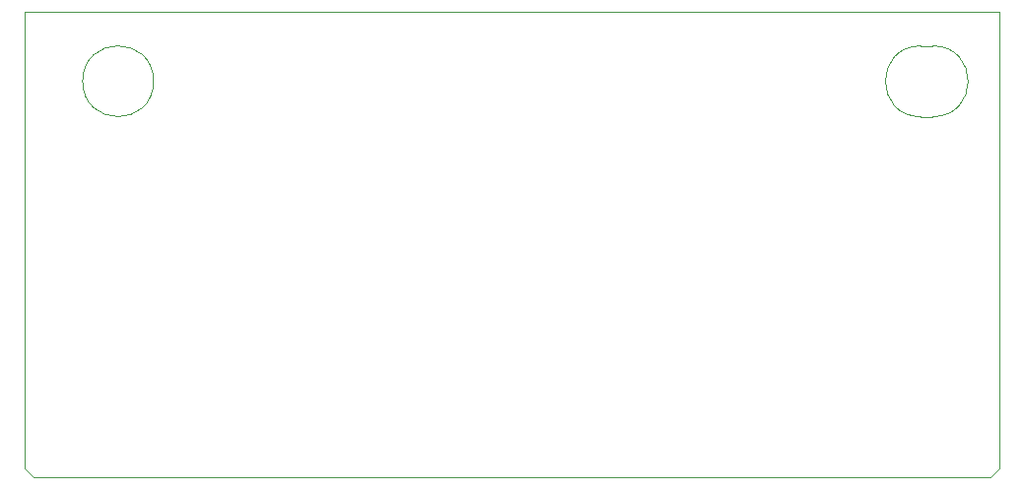
<source format=gbr>
G04 #@! TF.GenerationSoftware,KiCad,Pcbnew,9.0.6*
G04 #@! TF.CreationDate,2025-12-11T13:31:27+05:00*
G04 #@! TF.ProjectId,SEGA-Simple-Cart,53454741-2d53-4696-9d70-6c652d436172,rev?*
G04 #@! TF.SameCoordinates,Original*
G04 #@! TF.FileFunction,Profile,NP*
%FSLAX46Y46*%
G04 Gerber Fmt 4.6, Leading zero omitted, Abs format (unit mm)*
G04 Created by KiCad (PCBNEW 9.0.6) date 2025-12-11 13:31:27*
%MOMM*%
%LPD*%
G01*
G04 APERTURE LIST*
G04 #@! TA.AperFunction,Profile*
%ADD10C,0.100000*%
G04 #@! TD*
G04 APERTURE END LIST*
D10*
X111023400Y-53340000D02*
G75*
G02*
X111023400Y-59436000I0J-3048000D01*
G01*
X116738400Y-50419000D02*
X116738400Y-89662000D01*
X44094400Y-56388000D02*
G75*
G02*
X37998400Y-56388000I-3048000J0D01*
G01*
X37998400Y-56388000D02*
G75*
G02*
X44094400Y-56388000I3048000J0D01*
G01*
X115976400Y-90424000D02*
X33807400Y-90424000D01*
X33045400Y-50419000D02*
X116738400Y-50419000D01*
X110007400Y-59436000D02*
G75*
G02*
X110007400Y-53340000I0J3048000D01*
G01*
X111023400Y-53340000D02*
X110007400Y-53340000D01*
X33807400Y-90424000D02*
X33045400Y-89662000D01*
X115976400Y-90424000D02*
X116738400Y-89662000D01*
X33045400Y-89662000D02*
X33045400Y-50419000D01*
X110007400Y-59436000D02*
X111023400Y-59436000D01*
M02*

</source>
